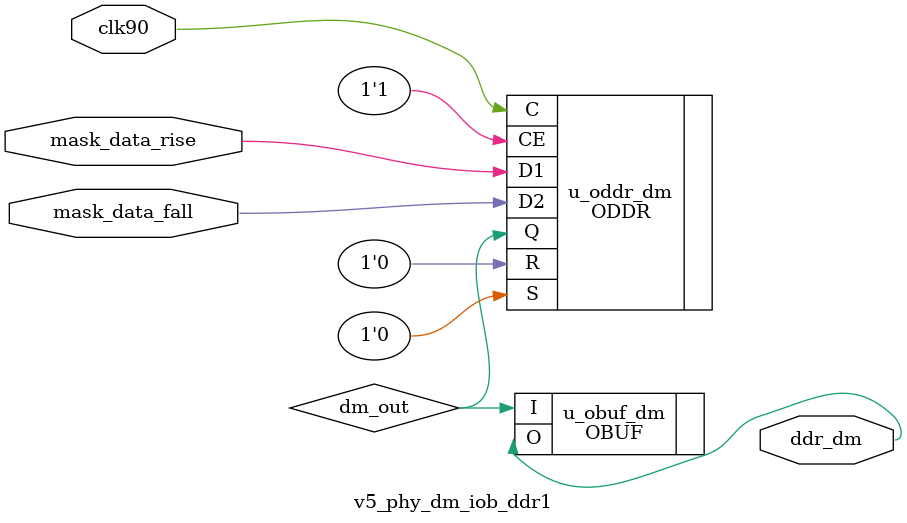
<source format=v>

`timescale 1ns/1ps

module v5_phy_dm_iob_ddr1 
  (
   input  clk90,
   input  mask_data_rise,
   input  mask_data_fall,   
   output ddr_dm
   );

  wire    dm_out;

  ODDR #
    (
     .SRTYPE("SYNC"),
     .DDR_CLK_EDGE("SAME_EDGE")
     )
    u_oddr_dm 
      (
       .Q  (dm_out),
       .C  (clk90),
       .CE (1'b1),
       .D1 (mask_data_rise),
       .D2 (mask_data_fall),
       .R  (1'b0),
       .S  (1'b0)
       );
  
  OBUF u_obuf_dm 
    (
     .I (dm_out),
     .O (ddr_dm)
     );
  
endmodule

</source>
